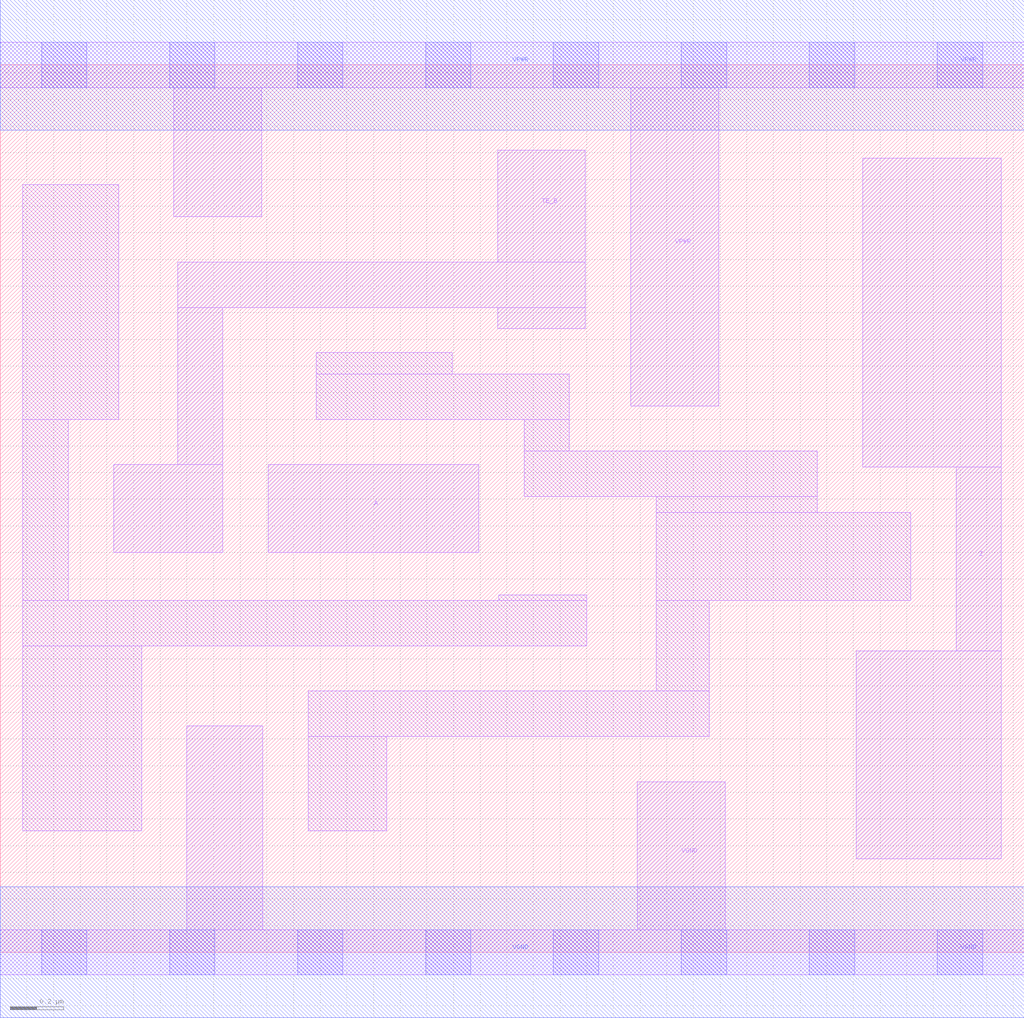
<source format=lef>
# Copyright 2020 The SkyWater PDK Authors
#
# Licensed under the Apache License, Version 2.0 (the "License");
# you may not use this file except in compliance with the License.
# You may obtain a copy of the License at
#
#     https://www.apache.org/licenses/LICENSE-2.0
#
# Unless required by applicable law or agreed to in writing, software
# distributed under the License is distributed on an "AS IS" BASIS,
# WITHOUT WARRANTIES OR CONDITIONS OF ANY KIND, either express or implied.
# See the License for the specific language governing permissions and
# limitations under the License.
#
# SPDX-License-Identifier: Apache-2.0

VERSION 5.7 ;
  NAMESCASESENSITIVE ON ;
  NOWIREEXTENSIONATPIN ON ;
  DIVIDERCHAR "/" ;
  BUSBITCHARS "[]" ;
UNITS
  DATABASE MICRONS 200 ;
END UNITS
MACRO sky130_fd_sc_hs__ebufn_1
  CLASS CORE ;
  SOURCE USER ;
  FOREIGN sky130_fd_sc_hs__ebufn_1 ;
  ORIGIN  0.000000  0.000000 ;
  SIZE  3.840000 BY  3.330000 ;
  SYMMETRY X Y ;
  SITE unit ;
  PIN A
    ANTENNAGATEAREA  0.208500 ;
    DIRECTION INPUT ;
    USE SIGNAL ;
    PORT
      LAYER li1 ;
        RECT 1.005000 1.500000 1.795000 1.830000 ;
    END
  END A
  PIN TE_B
    ANTENNAGATEAREA  0.376500 ;
    DIRECTION INPUT ;
    USE SIGNAL ;
    PORT
      LAYER li1 ;
        RECT 0.425000 1.500000 0.835000 1.830000 ;
        RECT 0.665000 1.830000 0.835000 2.420000 ;
        RECT 0.665000 2.420000 2.195000 2.590000 ;
        RECT 1.865000 2.340000 2.195000 2.420000 ;
        RECT 1.865000 2.590000 2.195000 3.010000 ;
    END
  END TE_B
  PIN Z
    ANTENNADIFFAREA  0.541300 ;
    DIRECTION OUTPUT ;
    USE SIGNAL ;
    PORT
      LAYER li1 ;
        RECT 3.210000 0.350000 3.755000 1.130000 ;
        RECT 3.235000 1.820000 3.755000 2.980000 ;
        RECT 3.585000 1.130000 3.755000 1.820000 ;
    END
  END Z
  PIN VGND
    DIRECTION INOUT ;
    USE GROUND ;
    PORT
      LAYER li1 ;
        RECT 0.000000 -0.085000 3.840000 0.085000 ;
        RECT 0.700000  0.085000 0.985000 0.850000 ;
        RECT 2.390000  0.085000 2.720000 0.640000 ;
      LAYER mcon ;
        RECT 0.155000 -0.085000 0.325000 0.085000 ;
        RECT 0.635000 -0.085000 0.805000 0.085000 ;
        RECT 1.115000 -0.085000 1.285000 0.085000 ;
        RECT 1.595000 -0.085000 1.765000 0.085000 ;
        RECT 2.075000 -0.085000 2.245000 0.085000 ;
        RECT 2.555000 -0.085000 2.725000 0.085000 ;
        RECT 3.035000 -0.085000 3.205000 0.085000 ;
        RECT 3.515000 -0.085000 3.685000 0.085000 ;
      LAYER met1 ;
        RECT 0.000000 -0.245000 3.840000 0.245000 ;
    END
  END VGND
  PIN VPWR
    DIRECTION INOUT ;
    USE POWER ;
    PORT
      LAYER li1 ;
        RECT 0.000000 3.245000 3.840000 3.415000 ;
        RECT 0.650000 2.760000 0.980000 3.245000 ;
        RECT 2.365000 2.050000 2.695000 3.245000 ;
      LAYER mcon ;
        RECT 0.155000 3.245000 0.325000 3.415000 ;
        RECT 0.635000 3.245000 0.805000 3.415000 ;
        RECT 1.115000 3.245000 1.285000 3.415000 ;
        RECT 1.595000 3.245000 1.765000 3.415000 ;
        RECT 2.075000 3.245000 2.245000 3.415000 ;
        RECT 2.555000 3.245000 2.725000 3.415000 ;
        RECT 3.035000 3.245000 3.205000 3.415000 ;
        RECT 3.515000 3.245000 3.685000 3.415000 ;
      LAYER met1 ;
        RECT 0.000000 3.085000 3.840000 3.575000 ;
    END
  END VPWR
  OBS
    LAYER li1 ;
      RECT 0.085000 0.455000 0.530000 1.150000 ;
      RECT 0.085000 1.150000 2.200000 1.320000 ;
      RECT 0.085000 1.320000 0.255000 2.000000 ;
      RECT 0.085000 2.000000 0.445000 2.880000 ;
      RECT 1.155000 0.455000 1.450000 0.810000 ;
      RECT 1.155000 0.810000 2.660000 0.980000 ;
      RECT 1.185000 2.000000 2.135000 2.170000 ;
      RECT 1.185000 2.170000 1.695000 2.250000 ;
      RECT 1.870000 1.320000 2.200000 1.340000 ;
      RECT 1.965000 1.710000 3.065000 1.880000 ;
      RECT 1.965000 1.880000 2.135000 2.000000 ;
      RECT 2.460000 0.980000 2.660000 1.320000 ;
      RECT 2.460000 1.320000 3.415000 1.650000 ;
      RECT 2.460000 1.650000 3.065000 1.710000 ;
  END
END sky130_fd_sc_hs__ebufn_1

</source>
